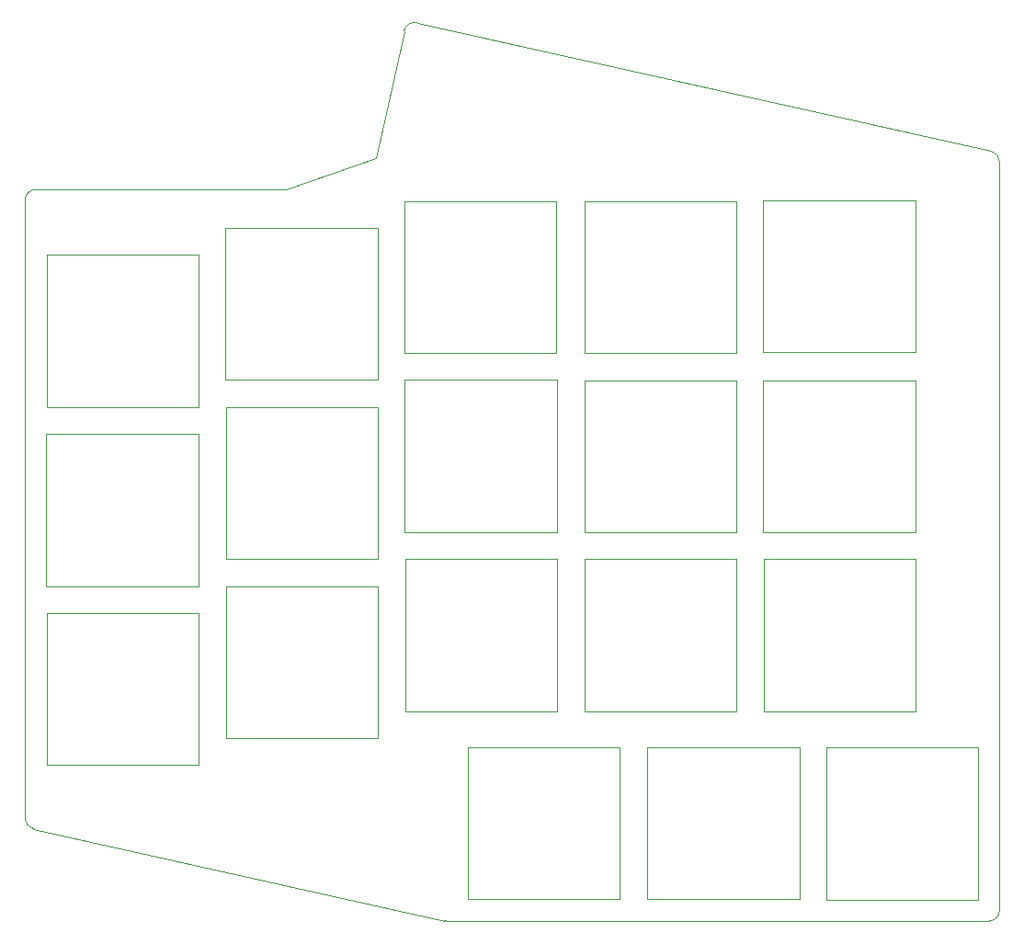
<source format=gbr>
%TF.GenerationSoftware,KiCad,Pcbnew,(6.0.6)*%
%TF.CreationDate,2022-11-27T23:56:46+09:00*%
%TF.ProjectId,split-mini__top,73706c69-742d-46d6-996e-695f5f746f70,rev?*%
%TF.SameCoordinates,Original*%
%TF.FileFunction,Legend,Bot*%
%TF.FilePolarity,Positive*%
%FSLAX46Y46*%
G04 Gerber Fmt 4.6, Leading zero omitted, Abs format (unit mm)*
G04 Created by KiCad (PCBNEW (6.0.6)) date 2022-11-27 23:56:46*
%MOMM*%
%LPD*%
G01*
G04 APERTURE LIST*
%TA.AperFunction,Profile*%
%ADD10C,0.100000*%
%TD*%
%TA.AperFunction,Profile*%
%ADD11C,0.120000*%
%TD*%
%ADD12C,0.350000*%
%ADD13C,2.200000*%
G04 APERTURE END LIST*
D10*
X24700022Y-109424877D02*
G75*
G03*
X25481692Y-110400757I999978J-23D01*
G01*
X114475000Y-117900000D02*
X114475000Y-48967011D01*
X25481692Y-110400757D02*
X63367178Y-118875879D01*
X24700000Y-52525000D02*
X24700000Y-109424877D01*
X56994979Y-48628817D02*
X59614674Y-36918258D01*
X48700000Y-51525000D02*
X56994979Y-48628817D01*
X113475000Y-118900000D02*
G75*
G03*
X114475000Y-117900000I0J1000000D01*
G01*
X63367176Y-118875886D02*
G75*
G03*
X63585486Y-118900000I218224J975386D01*
G01*
X63585486Y-118900000D02*
X113475000Y-118900000D01*
X25700000Y-51525000D02*
X48700000Y-51525000D01*
X60808868Y-36160658D02*
G75*
G03*
X59614674Y-36918258I-218268J-975942D01*
G01*
X113693308Y-47991131D02*
X60808862Y-36160686D01*
X25700000Y-51525000D02*
G75*
G03*
X24700000Y-52525000I0J-1000000D01*
G01*
X114475009Y-48967011D02*
G75*
G03*
X113693308Y-47991131I-1000109J-89D01*
G01*
D11*
%TO.C,SW6*%
X40650000Y-74050000D02*
X26650000Y-74050000D01*
X26650000Y-88050000D02*
X40650000Y-88050000D01*
X26650000Y-74050000D02*
X26650000Y-88050000D01*
X40650000Y-88050000D02*
X40650000Y-74050000D01*
%TO.C,SW11*%
X40720000Y-104500000D02*
X40720000Y-90500000D01*
X26720000Y-90500000D02*
X26720000Y-104500000D01*
X40720000Y-90500000D02*
X26720000Y-90500000D01*
X26720000Y-104500000D02*
X40720000Y-104500000D01*
%TO.C,SW9*%
X76210000Y-83090000D02*
X90210000Y-83090000D01*
X90210000Y-83090000D02*
X90210000Y-69090000D01*
X90210000Y-69090000D02*
X76210000Y-69090000D01*
X76210000Y-69090000D02*
X76210000Y-83090000D01*
%TO.C,SW3*%
X73650000Y-66590000D02*
X73650000Y-52590000D01*
X73650000Y-52590000D02*
X59650000Y-52590000D01*
X59650000Y-66590000D02*
X73650000Y-66590000D01*
X59650000Y-52590000D02*
X59650000Y-66590000D01*
%TO.C,SW5*%
X92700000Y-66520000D02*
X106700000Y-66520000D01*
X106700000Y-52520000D02*
X92700000Y-52520000D01*
X92700000Y-52520000D02*
X92700000Y-66520000D01*
X106700000Y-66520000D02*
X106700000Y-52520000D01*
%TO.C,SW15*%
X106730000Y-99570000D02*
X106730000Y-85570000D01*
X92730000Y-99570000D02*
X106730000Y-99570000D01*
X106730000Y-85570000D02*
X92730000Y-85570000D01*
X92730000Y-85570000D02*
X92730000Y-99570000D01*
%TO.C,SW7*%
X57190000Y-71550000D02*
X43190000Y-71550000D01*
X43190000Y-71550000D02*
X43190000Y-85550000D01*
X43190000Y-85550000D02*
X57190000Y-85550000D01*
X57190000Y-85550000D02*
X57190000Y-71550000D01*
%TO.C,SW16*%
X79470000Y-116870000D02*
X79470000Y-102870000D01*
X65470000Y-116870000D02*
X79470000Y-116870000D01*
X65470000Y-102870000D02*
X65470000Y-116870000D01*
X79470000Y-102870000D02*
X65470000Y-102870000D01*
%TO.C,SW18*%
X112490000Y-116940000D02*
X112490000Y-102940000D01*
X98490000Y-102940000D02*
X98490000Y-116940000D01*
X112490000Y-102940000D02*
X98490000Y-102940000D01*
X98490000Y-116940000D02*
X112490000Y-116940000D01*
%TO.C,SW8*%
X59680000Y-69070000D02*
X59680000Y-83070000D01*
X73680000Y-69070000D02*
X59680000Y-69070000D01*
X59680000Y-83070000D02*
X73680000Y-83070000D01*
X73680000Y-83070000D02*
X73680000Y-69070000D01*
%TO.C,SW17*%
X82040000Y-116900000D02*
X96040000Y-116900000D01*
X96040000Y-102900000D02*
X82040000Y-102900000D01*
X96040000Y-116900000D02*
X96040000Y-102900000D01*
X82040000Y-102900000D02*
X82040000Y-116900000D01*
%TO.C,SW10*%
X106710000Y-69080000D02*
X92710000Y-69080000D01*
X92710000Y-83080000D02*
X106710000Y-83080000D01*
X92710000Y-69080000D02*
X92710000Y-83080000D01*
X106710000Y-83080000D02*
X106710000Y-69080000D01*
%TO.C,SW2*%
X43180000Y-69040000D02*
X57180000Y-69040000D01*
X57180000Y-69040000D02*
X57180000Y-55040000D01*
X57180000Y-55040000D02*
X43180000Y-55040000D01*
X43180000Y-55040000D02*
X43180000Y-69040000D01*
%TO.C,SW13*%
X59730000Y-99570000D02*
X73730000Y-99570000D01*
X73730000Y-85570000D02*
X59730000Y-85570000D01*
X59730000Y-85570000D02*
X59730000Y-99570000D01*
X73730000Y-99570000D02*
X73730000Y-85570000D01*
%TO.C,SW12*%
X43210000Y-102050000D02*
X57210000Y-102050000D01*
X43210000Y-88050000D02*
X43210000Y-102050000D01*
X57210000Y-102050000D02*
X57210000Y-88050000D01*
X57210000Y-88050000D02*
X43210000Y-88050000D01*
%TO.C,SW14*%
X76210000Y-99580000D02*
X90210000Y-99580000D01*
X90210000Y-99580000D02*
X90210000Y-85580000D01*
X90210000Y-85580000D02*
X76210000Y-85580000D01*
X76210000Y-85580000D02*
X76210000Y-99580000D01*
%TO.C,SW1*%
X40710000Y-71550000D02*
X40710000Y-57550000D01*
X40710000Y-57550000D02*
X26710000Y-57550000D01*
X26710000Y-71550000D02*
X40710000Y-71550000D01*
X26710000Y-57550000D02*
X26710000Y-71550000D01*
%TO.C,SW4*%
X90210000Y-66580000D02*
X90210000Y-52580000D01*
X76210000Y-52580000D02*
X76210000Y-66580000D01*
X90210000Y-52580000D02*
X76210000Y-52580000D01*
X76210000Y-66580000D02*
X90210000Y-66580000D01*
%TD*%
D12*
X99710000Y-49060000D03*
X60480000Y-112870000D03*
X33690000Y-108030000D03*
X110200000Y-93560000D03*
X33730000Y-54530000D03*
%LPC*%
D13*
%TO.C,HOLE3*%
X99710000Y-49060000D03*
%TD*%
%TO.C,HOLE5*%
X60480000Y-112870000D03*
%TD*%
%TO.C,HOLE4*%
X33690000Y-108030000D03*
%TD*%
%TO.C,HOLE2*%
X110200000Y-93560000D03*
%TD*%
%TO.C,HOLE1*%
X33730000Y-54530000D03*
%TD*%
M02*

</source>
